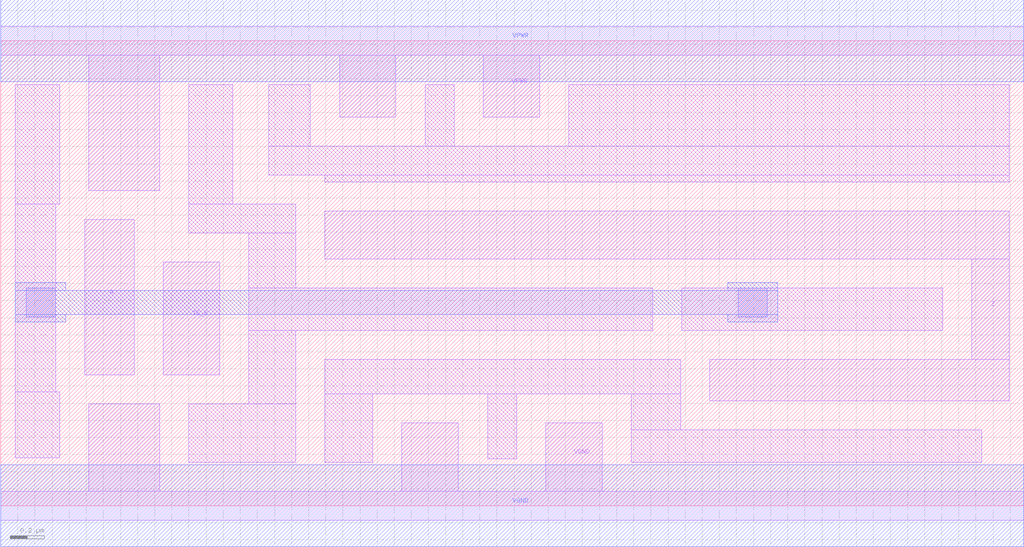
<source format=lef>
# Copyright 2020 The SkyWater PDK Authors
#
# Licensed under the Apache License, Version 2.0 (the "License");
# you may not use this file except in compliance with the License.
# You may obtain a copy of the License at
#
#     https://www.apache.org/licenses/LICENSE-2.0
#
# Unless required by applicable law or agreed to in writing, software
# distributed under the License is distributed on an "AS IS" BASIS,
# WITHOUT WARRANTIES OR CONDITIONS OF ANY KIND, either express or implied.
# See the License for the specific language governing permissions and
# limitations under the License.
#
# SPDX-License-Identifier: Apache-2.0

VERSION 5.5 ;
NAMESCASESENSITIVE ON ;
BUSBITCHARS "[]" ;
DIVIDERCHAR "/" ;
MACRO sky130_fd_sc_hd__ebufn_4
  CLASS CORE ;
  SOURCE USER ;
  ORIGIN  0.000000  0.000000 ;
  SIZE  5.980000 BY  2.720000 ;
  SYMMETRY X Y R90 ;
  SITE unithd ;
  PIN A
    ANTENNAGATEAREA  0.247500 ;
    DIRECTION INPUT ;
    USE SIGNAL ;
    PORT
      LAYER li1 ;
        RECT 0.490000 0.765000 0.780000 1.675000 ;
    END
  END A
  PIN TE_B
    ANTENNAGATEAREA  0.811500 ;
    DIRECTION INPUT ;
    USE SIGNAL ;
    PORT
      LAYER li1 ;
        RECT 0.950000 0.765000 1.280000 1.425000 ;
    END
  END TE_B
  PIN Z
    ANTENNADIFFAREA  0.891000 ;
    DIRECTION OUTPUT ;
    USE SIGNAL ;
    PORT
      LAYER li1 ;
        RECT 1.895000 1.445000 5.895000 1.725000 ;
        RECT 4.145000 0.615000 5.895000 0.855000 ;
        RECT 5.675000 0.855000 5.895000 1.445000 ;
    END
  END Z
  PIN VGND
    DIRECTION INOUT ;
    SHAPE ABUTMENT ;
    USE GROUND ;
    PORT
      LAYER li1 ;
        RECT 0.000000 -0.085000 5.980000 0.085000 ;
        RECT 0.515000  0.085000 0.930000 0.595000 ;
        RECT 2.345000  0.085000 2.675000 0.485000 ;
        RECT 3.185000  0.085000 3.515000 0.485000 ;
    END
    PORT
      LAYER met1 ;
        RECT 0.000000 -0.240000 5.980000 0.240000 ;
    END
  END VGND
  PIN VPWR
    DIRECTION INOUT ;
    SHAPE ABUTMENT ;
    USE POWER ;
    PORT
      LAYER li1 ;
        RECT 0.000000 2.635000 5.980000 2.805000 ;
        RECT 0.515000 1.845000 0.930000 2.635000 ;
        RECT 1.980000 2.275000 2.310000 2.635000 ;
        RECT 2.820000 2.275000 3.150000 2.635000 ;
    END
    PORT
      LAYER met1 ;
        RECT 0.000000 2.480000 5.980000 2.960000 ;
    END
  END VPWR
  OBS
    LAYER li1 ;
      RECT 0.085000 0.280000 0.345000 0.665000 ;
      RECT 0.085000 0.665000 0.320000 1.765000 ;
      RECT 0.085000 1.765000 0.345000 2.465000 ;
      RECT 1.100000 0.255000 1.725000 0.595000 ;
      RECT 1.100000 1.595000 1.725000 1.765000 ;
      RECT 1.100000 1.765000 1.355000 2.465000 ;
      RECT 1.450000 0.595000 1.725000 1.025000 ;
      RECT 1.450000 1.025000 3.810000 1.275000 ;
      RECT 1.450000 1.275000 1.725000 1.595000 ;
      RECT 1.565000 1.935000 5.895000 2.105000 ;
      RECT 1.565000 2.105000 1.810000 2.465000 ;
      RECT 1.895000 0.255000 2.175000 0.655000 ;
      RECT 1.895000 0.655000 3.975000 0.855000 ;
      RECT 1.895000 1.895000 5.895000 1.935000 ;
      RECT 2.480000 2.105000 2.650000 2.465000 ;
      RECT 2.845000 0.275000 3.015000 0.655000 ;
      RECT 3.320000 2.105000 5.895000 2.465000 ;
      RECT 3.685000 0.255000 5.735000 0.445000 ;
      RECT 3.685000 0.445000 3.975000 0.655000 ;
      RECT 3.980000 1.025000 5.505000 1.275000 ;
    LAYER mcon ;
      RECT 0.150000 1.105000 0.320000 1.275000 ;
      RECT 4.310000 1.105000 4.480000 1.275000 ;
    LAYER met1 ;
      RECT 0.085000 1.075000 0.380000 1.120000 ;
      RECT 0.085000 1.120000 4.540000 1.260000 ;
      RECT 0.085000 1.260000 0.380000 1.305000 ;
      RECT 4.250000 1.075000 4.540000 1.120000 ;
      RECT 4.250000 1.260000 4.540000 1.305000 ;
  END
END sky130_fd_sc_hd__ebufn_4

</source>
